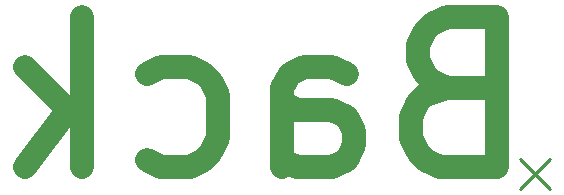
<source format=gbr>
G04 #@! TF.FileFunction,Copper,L2,Bot,Signal*
%FSLAX46Y46*%
G04 Gerber Fmt 4.6, Leading zero omitted, Abs format (unit mm)*
G04 Created by KiCad (PCBNEW 4.0.7+dfsg1-1) date Fri Aug  3 22:35:36 2018*
%MOMM*%
%LPD*%
G01*
G04 APERTURE LIST*
%ADD10C,0.100000*%
%ADD11C,2.000000*%
%ADD12C,0.250000*%
G04 APERTURE END LIST*
D10*
D11*
X158931428Y-76562857D02*
X157117142Y-77167619D01*
X156512381Y-77772381D01*
X155907619Y-78981905D01*
X155907619Y-80796190D01*
X156512381Y-82005714D01*
X157117142Y-82610476D01*
X158326666Y-83215238D01*
X163164761Y-83215238D01*
X163164761Y-70515238D01*
X158931428Y-70515238D01*
X157721904Y-71120000D01*
X157117142Y-71724762D01*
X156512381Y-72934286D01*
X156512381Y-74143810D01*
X157117142Y-75353333D01*
X157721904Y-75958095D01*
X158931428Y-76562857D01*
X163164761Y-76562857D01*
X145021904Y-83215238D02*
X145021904Y-76562857D01*
X145626666Y-75353333D01*
X146836190Y-74748571D01*
X149255238Y-74748571D01*
X150464761Y-75353333D01*
X145021904Y-82610476D02*
X146231428Y-83215238D01*
X149255238Y-83215238D01*
X150464761Y-82610476D01*
X151069523Y-81400952D01*
X151069523Y-80191429D01*
X150464761Y-78981905D01*
X149255238Y-78377143D01*
X146231428Y-78377143D01*
X145021904Y-77772381D01*
X133531428Y-82610476D02*
X134740952Y-83215238D01*
X137160000Y-83215238D01*
X138369524Y-82610476D01*
X138974285Y-82005714D01*
X139579047Y-80796190D01*
X139579047Y-77167619D01*
X138974285Y-75958095D01*
X138369524Y-75353333D01*
X137160000Y-74748571D01*
X134740952Y-74748571D01*
X133531428Y-75353333D01*
X128088571Y-83215238D02*
X128088571Y-70515238D01*
X126879048Y-78377143D02*
X123250476Y-83215238D01*
X123250476Y-74748571D02*
X128088571Y-79586667D01*
D12*
X165100000Y-85090000D02*
X167640000Y-82550000D01*
X167640000Y-85090000D02*
X165100000Y-82550000D01*
M02*

</source>
